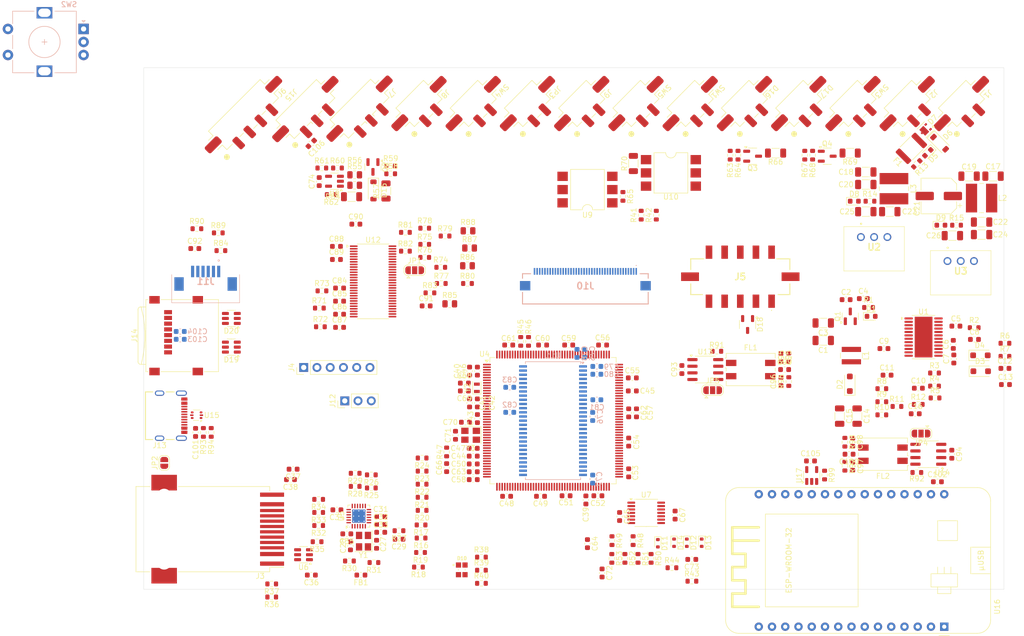
<source format=kicad_pcb>
(kicad_pcb
	(version 20240108)
	(generator "pcbnew")
	(generator_version "8.0")
	(general
		(thickness 1.6)
		(legacy_teardrops no)
	)
	(paper "A4")
	(layers
		(0 "F.Cu" signal)
		(1 "In1.Cu" power)
		(2 "In2.Cu" power)
		(31 "B.Cu" signal)
		(32 "B.Adhes" user "B.Adhesive")
		(33 "F.Adhes" user "F.Adhesive")
		(34 "B.Paste" user)
		(35 "F.Paste" user)
		(36 "B.SilkS" user "B.Silkscreen")
		(37 "F.SilkS" user "F.Silkscreen")
		(38 "B.Mask" user)
		(39 "F.Mask" user)
		(40 "Dwgs.User" user "User.Drawings")
		(41 "Cmts.User" user "User.Comments")
		(42 "Eco1.User" user "User.Eco1")
		(43 "Eco2.User" user "User.Eco2")
		(44 "Edge.Cuts" user)
		(45 "Margin" user)
		(46 "B.CrtYd" user "B.Courtyard")
		(47 "F.CrtYd" user "F.Courtyard")
		(48 "B.Fab" user)
		(49 "F.Fab" user)
		(50 "User.1" user)
		(51 "User.2" user)
		(52 "User.3" user)
		(53 "User.4" user)
		(54 "User.5" user)
		(55 "User.6" user)
		(56 "User.7" user)
		(57 "User.8" user)
		(58 "User.9" user)
	)
	(setup
		(stackup
			(layer "F.SilkS"
				(type "Top Silk Screen")
			)
			(layer "F.Paste"
				(type "Top Solder Paste")
			)
			(layer "F.Mask"
				(type "Top Solder Mask")
				(thickness 0.01)
			)
			(layer "F.Cu"
				(type "copper")
				(thickness 0.035)
			)
			(layer "dielectric 1"
				(type "prepreg")
				(thickness 0.1)
				(material "FR4")
				(epsilon_r 4.5)
				(loss_tangent 0.02)
			)
			(layer "In1.Cu"
				(type "copper")
				(thickness 0.035)
			)
			(layer "dielectric 2"
				(type "core")
				(thickness 1.24)
				(material "FR4")
				(epsilon_r 4.5)
				(loss_tangent 0.02)
			)
			(layer "In2.Cu"
				(type "copper")
				(thickness 0.035)
			)
			(layer "dielectric 3"
				(type "prepreg")
				(thickness 0.1)
				(material "FR4")
				(epsilon_r 4.5)
				(loss_tangent 0.02)
			)
			(layer "B.Cu"
				(type "copper")
				(thickness 0.035)
			)
			(layer "B.Mask"
				(type "Bottom Solder Mask")
				(thickness 0.01)
			)
			(layer "B.Paste"
				(type "Bottom Solder Paste")
			)
			(layer "B.SilkS"
				(type "Bottom Silk Screen")
			)
			(copper_finish "None")
			(dielectric_constraints no)
		)
		(pad_to_mask_clearance 0)
		(allow_soldermask_bridges_in_footprints no)
		(pcbplotparams
			(layerselection 0x00010fc_ffffffff)
			(plot_on_all_layers_selection 0x0000000_00000000)
			(disableapertmacros no)
			(usegerberextensions no)
			(usegerberattributes yes)
			(usegerberadvancedattributes yes)
			(creategerberjobfile yes)
			(dashed_line_dash_ratio 12.000000)
			(dashed_line_gap_ratio 3.000000)
			(svgprecision 4)
			(plotframeref no)
			(viasonmask no)
			(mode 1)
			(useauxorigin no)
			(hpglpennumber 1)
			(hpglpenspeed 20)
			(hpglpendiameter 15.000000)
			(pdf_front_fp_property_popups yes)
			(pdf_back_fp_property_popups yes)
			(dxfpolygonmode yes)
			(dxfimperialunits yes)
			(dxfusepcbnewfont yes)
			(psnegative no)
			(psa4output no)
			(plotreference yes)
			(plotvalue yes)
			(plotfptext yes)
			(plotinvisibletext no)
			(sketchpadsonfab no)
			(subtractmaskfromsilk no)
			(outputformat 1)
			(mirror no)
			(drillshape 1)
			(scaleselection 1)
			(outputdirectory "")
		)
	)
	(net 0 "")
	(net 1 "+3V3_FER")
	(net 2 "Earth")
	(net 3 "/Ethernet/LED_G")
	(net 4 "/Ethernet/LED_Y")
	(net 5 "GND")
	(net 6 "+3V3")
	(net 7 "+5V")
	(net 8 "/Power/3V3_Display")
	(net 9 "Net-(C5-Pad2)")
	(net 10 "Net-(U1-COMP)")
	(net 11 "Net-(U1-C1+)")
	(net 12 "Net-(U1-C1-)")
	(net 13 "Net-(U1-C2+)")
	(net 14 "Net-(U1-C2-)")
	(net 15 "Net-(U1-DRV)")
	(net 16 "Net-(U1-FB1)")
	(net 17 "Net-(U1-REF)")
	(net 18 "Net-(U1-VCOMIN)")
	(net 19 "+24V")
	(net 20 "Net-(U3-VI)")
	(net 21 "Net-(U2-VI)")
	(net 22 "/Peripherals/V_{ref}")
	(net 23 "Net-(D1-A)")
	(net 24 "Net-(D15-K)")
	(net 25 "/IEC_Charging_Circuit/CP")
	(net 26 "/IEC_Charging_Circuit/PP")
	(net 27 "Net-(J10-Pin_1)")
	(net 28 "/Core/EV_Start_Charging")
	(net 29 "/Display/LCD_VGL")
	(net 30 "Net-(Q1-B)")
	(net 31 "Net-(Q2-G)")
	(net 32 "Net-(U1-FB3)")
	(net 33 "Net-(U1-FB2)")
	(net 34 "/IEC_Charging_Circuit/PWM_SENSE")
	(net 35 "/Core/Charging_Point_PWM")
	(net 36 "/Core/~{IMD_Error_LED}")
	(net 37 "/SDRAM/D9")
	(net 38 "/SDRAM/A11")
	(net 39 "/Core/~{AMS_Error_LED}")
	(net 40 "/SDRAM/D0")
	(net 41 "unconnected-(U4B-PC13-Pad8)")
	(net 42 "unconnected-(U4B-PD4-Pad146)")
	(net 43 "/Core/PCAP_RST")
	(net 44 "/Display/B5")
	(net 45 "unconnected-(U4B-PI8-Pad7)")
	(net 46 "/SDRAM/D14")
	(net 47 "/SDRAM/D2")
	(net 48 "/SDRAM/D4")
	(net 49 "/Core/OSC_in")
	(net 50 "/Core/SWCLK")
	(net 51 "unconnected-(U4B-PG3-Pad107)")
	(net 52 "/Display/R2")
	(net 53 "/SDRAM/A3")
	(net 54 "/SDRAM/D13")
	(net 55 "/Core/LCD_Reset")
	(net 56 "/Display/R0")
	(net 57 "/SDRAM/A2")
	(net 58 "/Display/R7")
	(net 59 "/Display/B4")
	(net 60 "/Core/AMS_Reset_in")
	(net 61 "/Core/AMS_Reset_out")
	(net 62 "/Core/SDC_out")
	(net 63 "/SDRAM/A0")
	(net 64 "unconnected-(U4B-PF8-Pad26)")
	(net 65 "/SDRAM/SDNE0")
	(net 66 "/Core/SWDIO")
	(net 67 "/SDRAM/A10")
	(net 68 "unconnected-(U4B-PC10-Pad139)")
	(net 69 "/Display/G0")
	(net 70 "/SDRAM/BA0")
	(net 71 "/Ethernet/RMII_TX_EN")
	(net 72 "/Core/NRST")
	(net 73 "/SDRAM/D12")
	(net 74 "/SDRAM/NBL0")
	(net 75 "/Display/B0")
	(net 76 "unconnected-(U4B-PD3-Pad145)")
	(net 77 "/Display/G2")
	(net 78 "/Display/R1")
	(net 79 "unconnected-(U4B-PI9-Pad11)")
	(net 80 "/SDRAM/SDNWE")
	(net 81 "/Ethernet/RMII_RXD1")
	(net 82 "/SDRAM/A9")
	(net 83 "/SDRAM/D11")
	(net 84 "unconnected-(U4B-PI6-Pad175)")
	(net 85 "/Display/DE")
	(net 86 "/Display/G3")
	(net 87 "/Display/CLK")
	(net 88 "/Peripherals/USART_RX")
	(net 89 "unconnected-(U4B-PB5-Pad163)")
	(net 90 "unconnected-(U4B-PI3-Pad134)")
	(net 91 "/Peripherals/USB_OTG_VBUS")
	(net 92 "/SDRAM/A4")
	(net 93 "/Display/B3")
	(net 94 "/Peripherals/SDMMC_D0")
	(net 95 "/SDRAM/D15")
	(net 96 "/SDRAM/D3")
	(net 97 "/Display/G4")
	(net 98 "/SDRAM/A7")
	(net 99 "/SDRAM/A12")
	(net 100 "Net-(U4F-BOOT0)")
	(net 101 "unconnected-(U4B-PD7-Pad151)")
	(net 102 "/Display/G7")
	(net 103 "/Core/LED_B")
	(net 104 "/Ethernet/RMII_MDIO")
	(net 105 "/Display/G1")
	(net 106 "/Display/R6")
	(net 107 "/SDRAM/D6")
	(net 108 "/SDRAM/A1")
	(net 109 "/SDRAM/D8")
	(net 110 "/Display/B6")
	(net 111 "/Display/R4")
	(net 112 "/Core/OSC_out")
	(net 113 "unconnected-(U4B-PA15-Pad138)")
	(net 114 "/SDRAM/A5")
	(net 115 "/Display/G6")
	(net 116 "/Peripherals/ESP_RX")
	(net 117 "unconnected-(U4B-PF9-Pad27)")
	(net 118 "/Display/G5")
	(net 119 "/Core/LED_G")
	(net 120 "/Display/R5")
	(net 121 "unconnected-(U4B-PE2-Pad1)")
	(net 122 "/Ethernet/RMII_TXD1")
	(net 123 "/SDRAM/D5")
	(net 124 "/Peripherals/SDMMC_CMD")
	(net 125 "/SDRAM/D1")
	(net 126 "Net-(U4A-VREF+)")
	(net 127 "/Display/B1")
	(net 128 "/Display/B7")
	(net 129 "unconnected-(U4B-PD11-Pad99)")
	(net 130 "/Ethernet/RMII_MDC")
	(net 131 "unconnected-(U4B-PE3-Pad2)")
	(net 132 "/Core/OSC32_in")
	(net 133 "/SDRAM/SDCLK")
	(net 134 "/Peripherals/USART_TX")
	(net 135 "unconnected-(U4B-PA10-Pad121)")
	(net 136 "/Core/LED_R")
	(net 137 "/SDRAM/SDCKE0")
	(net 138 "/Ethernet/RMII_RXD0")
	(net 139 "unconnected-(U4B-PC11-Pad140)")
	(net 140 "/Ethernet/RMII_CRS_DV")
	(net 141 "/Core/TRACESWO")
	(net 142 "/Display/HSYNC")
	(net 143 "/Ethernet/RMII_TXD0")
	(net 144 "/SDRAM/D10")
	(net 145 "/SDRAM/SDNCAS")
	(net 146 "/Display/R3")
	(net 147 "/Core/OSC32_out")
	(net 148 "/Display/VSYNC")
	(net 149 "/SDRAM/D7")
	(net 150 "unconnected-(U4B-PG9-Pad152)")
	(net 151 "/SDRAM/BA1")
	(net 152 "/SDRAM/SDNRAS")
	(net 153 "/SDRAM/A6")
	(net 154 "/SDRAM/NBL1")
	(net 155 "/Display/B2")
	(net 156 "/Ethernet/RMII_REF_CLK")
	(net 157 "/SDRAM/A8")
	(net 158 "unconnected-(U4B-PB2-Pad58)")
	(net 159 "/Ethernet/XTAL2")
	(net 160 "/Ethernet/XTAL1")
	(net 161 "/Peripherals/ESP_TX")
	(net 162 "/Peripherals/STM_CAN_TX")
	(net 163 "/Peripherals/STM_CAN_RX")
	(net 164 "/Peripherals/SDMMC_CK")
	(net 165 "/Peripherals/ESP_CAN_RX")
	(net 166 "/SDC_and_SCS/RSD_in")
	(net 167 "/SDC_and_SCS/RSD_out")
	(net 168 "/Core/CANH")
	(net 169 "/Core/CANL")
	(net 170 "/Peripherals/ESP_CAN_TX")
	(net 171 "/Display/LCD_VGH")
	(net 172 "Net-(D5-A)")
	(net 173 "Net-(D9-A)")
	(net 174 "/Core/SDC_in")
	(net 175 "Net-(Q3-G)")
	(net 176 "Net-(Q4-G)")
	(net 177 "/Core/SDC_enable")
	(net 178 "/Display/I2C_SDA")
	(net 179 "/Display/I2C_SCL")
	(net 180 "/Display/LCD_SELB")
	(net 181 "VDD")
	(net 182 "/Display/LCD_STBYB")
	(net 183 "Net-(J1-Pin_1)")
	(net 184 "/Display/LCD_U{slash}D")
	(net 185 "/Display/LCD_L{slash}R")
	(net 186 "/Display/RXIN0-")
	(net 187 "/Display/RXCLKIN+")
	(net 188 "/Display/RXIN0+")
	(net 189 "/Display/RXIN2-")
	(net 190 "/Display/RXIN1-")
	(net 191 "/Display/RXIN2+")
	(net 192 "/Display/RXIN3+")
	(net 193 "/Display/RXIN3-")
	(net 194 "/Display/RXIN1+")
	(net 195 "/Display/RXCLKIN-")
	(net 196 "Net-(J2-Pin_1)")
	(net 197 "Net-(U4F-PDR_ON)")
	(net 198 "/Peripherals/SDMMC_D1")
	(net 199 "/Peripherals/SDMMC_D2")
	(net 200 "/Peripherals/SDMMC_D3")
	(net 201 "/Core/SDC_Voltage")
	(net 202 "/Core/TSAL_Green")
	(net 203 "/Core/TS_on")
	(net 204 "/Peripherals/USB_OTG_DP")
	(net 205 "/Peripherals/USB_OTG_DN")
	(net 206 "/Peripherals/D-")
	(net 207 "/Peripherals/D+")
	(net 208 "/Core/PCAP_Int")
	(net 209 "/Display/LCD_VDD")
	(net 210 "/Core/Encoder_push")
	(net 211 "/Core/Encoder_A")
	(net 212 "/Core/Encoder_B")
	(net 213 "/Ethernet/RXN")
	(net 214 "/Ethernet/TXN")
	(net 215 "/Ethernet/RXP")
	(net 216 "/Ethernet/TXP")
	(net 217 "/Core/SDC_on")
	(net 218 "/Core/EncB_on")
	(net 219 "/Core/EncPush_on")
	(net 220 "/Core/EncA_on")
	(net 221 "Net-(D16-A)")
	(net 222 "Net-(D16-K)")
	(net 223 "Net-(D17-K)")
	(net 224 "Net-(D17-A)")
	(net 225 "/Display/LCD_AVDD")
	(net 226 "/Display/VCOM")
	(net 227 "Net-(D6-K)")
	(net 228 "unconnected-(U4B-PH9-Pad86)")
	(net 229 "unconnected-(U4B-PH6-Pad83)")
	(net 230 "unconnected-(U4B-PH7-Pad84)")
	(net 231 "Net-(D3-A)")
	(net 232 "Net-(U5-~{RST})")
	(net 233 "Net-(U5-VDDCR)")
	(net 234 "Net-(C39-Pad1)")
	(net 235 "Net-(C45-Pad1)")
	(net 236 "Net-(D11-K)")
	(net 237 "Net-(D12-K)")
	(net 238 "Net-(D13-K)")
	(net 239 "Net-(D14-K)")
	(net 240 "Net-(U15-VBUS)")
	(net 241 "Net-(D2-A)")
	(net 242 "Net-(D8-A)")
	(net 243 "Net-(D10-BK)")
	(net 244 "Net-(D10-GK)")
	(net 245 "Net-(D10-RK)")
	(net 246 "Net-(D11-A)")
	(net 247 "Net-(U13-CANH)")
	(net 248 "Net-(U13-CANL)")
	(net 249 "Net-(U14-CANH)")
	(net 250 "Net-(U14-CANL)")
	(net 251 "Net-(J3-Pad11)")
	(net 252 "Net-(J3-Pad2)")
	(net 253 "unconnected-(J3-NC-Pad9)")
	(net 254 "Net-(J5-Pin_2)")
	(net 255 "Net-(J8-Pin_1)")
	(net 256 "unconnected-(J10-Pin_27-Pad27)")
	(net 257 "unconnected-(J10-Pin_36-Pad36)")
	(net 258 "Net-(J10-Pin_35)")
	(net 259 "unconnected-(J10-Pin_24-Pad24)")
	(net 260 "unconnected-(J10-Pin_26-Pad26)")
	(net 261 "unconnected-(J10-Pin_4-Pad4)")
	(net 262 "Net-(J10-Pin_38)")
	(net 263 "unconnected-(J10-Pin_23-Pad23)")
	(net 264 "Net-(J10-Pin_29)")
	(net 265 "unconnected-(J10-Pin_37-Pad37)")
	(net 266 "unconnected-(J13-SBU2-PadB8)")
	(net 267 "unconnected-(J13-SBU1-PadA8)")
	(net 268 "unconnected-(J13-CC2-PadB5)")
	(net 269 "unconnected-(J13-CC1-PadA5)")
	(net 270 "Net-(J15-Pin_2)")
	(net 271 "Net-(JP3-A)")
	(net 272 "Net-(JP4-C)")
	(net 273 "Net-(JP5-C)")
	(net 274 "Net-(R3-Pad2)")
	(net 275 "Net-(R8-Pad2)")
	(net 276 "Net-(U5-TXD0)")
	(net 277 "Net-(U5-TXD1)")
	(net 278 "Net-(U5-TXEN)")
	(net 279 "Net-(U5-RXD0{slash}MODE0)")
	(net 280 "Net-(U5-RXD1{slash}MODE1)")
	(net 281 "Net-(U5-CRS_DV{slash}MODE2)")
	(net 282 "Net-(U5-MDIO)")
	(net 283 "Net-(U5-MDC)")
	(net 284 "Net-(U5-~{INT}{slash}REFCLKO)")
	(net 285 "Net-(U5-RXER{slash}PHYAD0)")
	(net 286 "Net-(U5-RBIAS)")
	(net 287 "Net-(U8--)")
	(net 288 "Net-(R62-Pad1)")
	(net 289 "Net-(R65-Pad1)")
	(net 290 "Net-(R70-Pad2)")
	(net 291 "Net-(U12-CLKSEL)")
	(net 292 "Net-(U12-~{SHTDN})")
	(net 293 "Net-(R74-Pad2)")
	(net 294 "Net-(R75-Pad2)")
	(net 295 "Net-(U13-Rs)")
	(net 296 "Net-(U14-Rs)")
	(net 297 "Net-(U16-D21)")
	(net 298 "unconnected-(U7-Pad12)")
	(net 299 "unconnected-(U7-Pad10)")
	(net 300 "unconnected-(U9-Pad3)")
	(net 301 "unconnected-(U10-Pad3)")
	(net 302 "unconnected-(U10-Pad5)")
	(net 303 "unconnected-(U11-NC-Pad40)")
	(net 304 "unconnected-(U16-D26-Pad7)")
	(net 305 "unconnected-(U16-D2-Pad27)")
	(net 306 "unconnected-(U16-VIN-Pad1)")
	(net 307 "unconnected-(U16-D34-Pad12)")
	(net 308 "unconnected-(U16-D39{slash}VN-Pad13)")
	(net 309 "unconnected-(U16-D19-Pad21)")
	(net 310 "unconnected-(U16-D36{slash}VP-Pad14)")
	(net 311 "unconnected-(U16-TX0{slash}D1-Pad18)")
	(net 312 "unconnected-(U16-D14-Pad5)")
	(net 313 "unconnected-(U16-D25-Pad8)")
	(net 314 "unconnected-(U16-D15-Pad28)")
	(net 315 "unconnected-(U16-D13-Pad3)")
	(net 316 "unconnected-(U16-D23-Pad16)")
	(net 317 "unconnected-(U16-D27-Pad6)")
	(net 318 "unconnected-(U16-EN-Pad15)")
	(net 319 "unconnected-(U16-D33-Pad9)")
	(net 320 "unconnected-(U16-D22-Pad17)")
	(net 321 "unconnected-(U16-D35-Pad11)")
	(net 322 "unconnected-(U16-D18-Pad22)")
	(net 323 "unconnected-(U16-D12-Pad4)")
	(net 324 "unconnected-(U16-D32-Pad10)")
	(net 325 "unconnected-(U16-RX0{slash}D3-Pad19)")
	(net 326 "unconnected-(U17-NC-Pad1)")
	(footprint "Capacitor_SMD:C_1206_3216Metric" (layer "F.Cu") (at 226.46 64.725))
	(footprint "Capacitor_SMD:C_0603_1608Metric" (layer "F.Cu") (at 206.1375 102.875))
	(footprint "Package_SO:SOIC-8_3.9x4.9mm_P1.27mm" (layer "F.Cu") (at 214.05 118.04 180))
	(footprint "Resistor_SMD:R_0603_1608Metric" (layer "F.Cu") (at 73.825 74.8))
	(footprint "Resistor_SMD:R_0603_1608Metric" (layer "F.Cu") (at 107.265 121.99 180))
	(footprint "Capacitor_SMD:C_0603_1608Metric" (layer "F.Cu") (at 104.3 73.925))
	(footprint "Capacitor_SMD:C_1206_3216Metric" (layer "F.Cu") (at 224.26 75.925))
	(footprint "Capacitor_SMD:C_0603_1608Metric" (layer "F.Cu") (at 154.862501 129.975 -90))
	(footprint "Resistor_SMD:R_0603_1608Metric" (layer "F.Cu") (at 120.675 85.3))
	(footprint "Capacitor_SMD:C_0603_1608Metric" (layer "F.Cu") (at 211.5375 110.275))
	(footprint "Charger:ESP32-WROOM-32-DevKit-30Pin" (layer "F.Cu") (at 217.1 151.1 90))
	(footprint "Capacitor_SMD:C_0603_1608Metric" (layer "F.Cu") (at 112.565 134.32 180))
	(footprint "Inductor_SMD:L_Wuerth_WE-PD2-Typ-MS" (layer "F.Cu") (at 207.46 67.125 -90))
	(footprint "Package_TO_SOT_SMD:SOT-23-3" (layer "F.Cu") (at 194.6625 60.9))
	(footprint "Resistor_SMD:R_0603_1608Metric" (layer "F.Cu") (at 97.165 131.71 180))
	(footprint "Package_DIP:SMDIP-6_W9.53mm" (layer "F.Cu") (at 148.7 67.3 180))
	(footprint "FaSTTUBe_connectors:Micro_Mate-N-Lok_2p_vertical" (layer "F.Cu") (at 220.4 50.8 -135))
	(footprint "Resistor_SMD:R_0603_1608Metric" (layer "F.Cu") (at 187.3 99.5 90))
	(footprint "Diode_SMD:D_SOD-123" (layer "F.Cu") (at 216.2 58.4 -45))
	(footprint "Inductor_SMD:L_0603_1608Metric" (layer "F.Cu") (at 105.265 141.2 180))
	(footprint "Resistor_SMD:R_0603_1608Metric" (layer "F.Cu") (at 75.07 113.85 -90))
	(footprint "Inductor_SMD:L_Wuerth_WE-PD2-Typ-MS" (layer "F.Cu") (at 224.26 68.925 180))
	(footprint "LED_SMD:LED_0603_1608Metric" (layer "F.Cu") (at 213.956847 60.243153 -135))
	(footprint "Capacitor_SMD:CP_Elec_6.3x7.7" (layer "F.Cu") (at 216.06 68.525 180))
	(footprint "Capacitor_SMD:C_0603_1608Metric" (layer "F.Cu") (at 199.55 115.73 90))
	(footprint "LED_SMD:LED_0603_1608Metric" (layer "F.Cu") (at 203.0875 91.6))
	(footprint "Resistor_SMD:R_0603_1608Metric" (layer "F.Cu") (at 88.165 145.41 180))
	(footprint "Resistor_SMD:R_0603_1608Metric" (layer "F.Cu") (at 176.0625 60.7 90))
	(footprint "Capacitor_SMD:C_1206_3216Metric" (layer "F.Cu") (at 193.9 92.875 180))
	(footprint "Resistor_SMD:R_0603_1608Metric" (layer "F.Cu") (at 228.7375 96.765))
	(footprint "Resistor_SMD:R_0603_1608Metric" (layer "F.Cu") (at 191.8625 60.7 -90))
	(footprint "Capacitor_SMD:C_0603_1608Metric" (layer "F.Cu") (at 126.8 116.9))
	(footprint "Charger:173010542" (layer "F.Cu") (at 203.66 78.325))
	(footprint "FaSTTUBe_connectors:Micro_Mate-N-Lok_2p_vertical" (layer "F.Cu") (at 126.8 50.8 -135))
	(footprint "Resistor_SMD:R_0603_1608Metric" (layer "F.Cu") (at 110.975 64.265))
	(footprint "Capacitor_SMD:C_0603_1608Metric"
		(layer "F.Cu")
		(uuid "28ea0114-3445-4003-a16e-c38a1a69cde6")
		(at 140.1 97.1 180)
		(descr "Capacitor SMD 0603 (1608 Metric), square (rectangular) end terminal, IPC_7351 nominal, (Body size source: IPC-SM-782 page 76, https://www.pcb-3d.com/wordpress/wp-content/uploads/ipc-sm-782a_amendment_1_and_2.pdf), generated with kicad-footprint-generator")
		(tags "capacitor")
		(property "Reference" "C60"
			(at 0 1.3 0)
			(layer "F.SilkS")
			(uuid "9a62170b-9a8b-4deb-b1de-e79f8a9e44c4")
			(effects
				(font
					(size 1 1)
					(thickness 0.15)
				)
			)
		)
		(property "Value" "100n"
			(at 0 1.43 0)
			(layer "F.Fab")
			(uuid "5969b7c5-c183-4897-b287-c82d0f25fdd4")
			(effects
				(font
					(size 1 1)
					(thickness 0.15)
				)
			)
		)
		(property "Footprint" "Capacitor_SMD:C_0603_1608Metric"
			(at 0 0 180)
			(unlocked yes)
			(layer "F.Fab")
			(hide yes)
			(uuid "b9386bc7-3a05-4dd9-967f-8641ec60dd01")
			(effects
				(font
					(size 1.27 1.27)
					(thickness 0.15)
				)
			)
		)
		(property "Datasheet" ""
			(at 0 0 180)
			(unlocked yes)
			(layer "F.Fab")
			(hide yes)
			(uuid "84e85bd6-2dc0-4bde-ae9e-c181eddd5322")
			(effects
				(font
					(size 1.27 1.27)
					(thickness 0.15)
				)
			)
		)
		(property "Description" "Unpolarized capacitor, small symbol"
			(at 0 0 180)
			(unlocked yes)
			(layer "F.Fab")
			(hide yes)
			(uuid "320ea036-0e33-4075-b35e-dce689f6e45f")
			(effects
				(font
					(size 1.27 1.27)
					(thickness 0.15)
				)
			)
		)
		(property ki_fp_filters "C_*")
		(path "/486f4a0e-b8d5-42cd-a726-c7aa5b0383fd/0b089ced-1b70-49d3-8c5b-9a0a708b43c9")
		(sheetname "Core")
		(sheetfile "Core.kicad_sch")
		(attr smd)
		(fp_line
			(start -0.14058 0.51)
			(end 0.14058 0.51)
			(stroke
				(width 0.12)
				(type solid)
			)
			(layer "F.SilkS")
			(uuid "5908c737-e654-4d8b-869e-4cbd6fa48f74")
		)
		(fp_line
			(start -0.14058 -0.51)
			(end 0.14058 -0.51)
			(stroke
				(width 0.12)
				(type solid)
			)
			(layer "F.SilkS")
			(uuid "21936a69-a291-407b-aade-58c664b2b69c")
		)
		(fp_line
			(start 1.48 0.73)
			(end -1.48 0.73)
			(stroke
				(width 0.05)
				(type solid)
			)
			(layer "F.CrtYd")
			(uuid "cd09d169-1626-4f93-824c-014d970abe1c")
		)
		(fp_line
			(start 1.48 -0.73)
			(end 1.48 0.73)
			(stroke
				(width 0.05)
				(type solid)
			)
			(layer "F.CrtYd")
			(uuid "7a7706de-12a9-4907-8474-ae30f16cf0a5")
		)
		(fp_line
			(start -1.48 0.73)
			(end -1.48 -0.73)
			(stroke
				(width 0.05)
				(type solid)
			)
			(layer "F.CrtYd")
			(uuid "97b6de68-d574-493b-94e0-d427f05ad253")
		)
		(fp_line
			(start -1.48 -0.73)
			(end 1.48 -0.73)
			(stroke
				(width 0.05)
				(type solid)
			)
			(layer "F.CrtYd")
			(uuid "0b000af4-2928-4d9d-b324-c7cc1e7703f4")
		)
		(fp_line
			(start 0.8 0.4)
			(end -0.8 0.4)
			(stroke
				(width 0.1)
				(type solid)
			)
			(layer "F.Fab")
			(uuid "616b8b12-5c8c-447d-abf1-5f379a8a0eef")
		)
		(fp_line
			(start 0.8 -0.4)
			(end 0.8 0.4)
			(stroke
				(width 0.1)
				(type solid)
			)
			(layer "F.Fab")
			(uuid "537514d2-d8a2-4ab4-8f3b-8db7ee3bac0e")
		)
		(fp_line
			(start -0.8 0.4)
			(end -0.8 -0.4)
			(stroke
				(width 0.1)
				(type solid)
			)
			(layer "F.Fab")
			(uuid "71815efb-cdda-4966-9f18-fb7383d450dc")
		)
		(fp_line
			(start -0.8 -0.4)
			(end 0.8 -0.4)
			(stroke
				(width 0.1)
				(ty
... [1268542 chars truncated]
</source>
